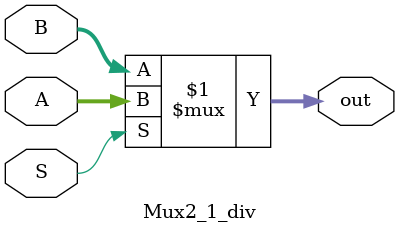
<source format=v>
module Mux2_1_div(A,B,S,out);
input [63:0] A,B;
input S;
output [63:0]out;
assign out = S? A:B;
  
endmodule
 
</source>
